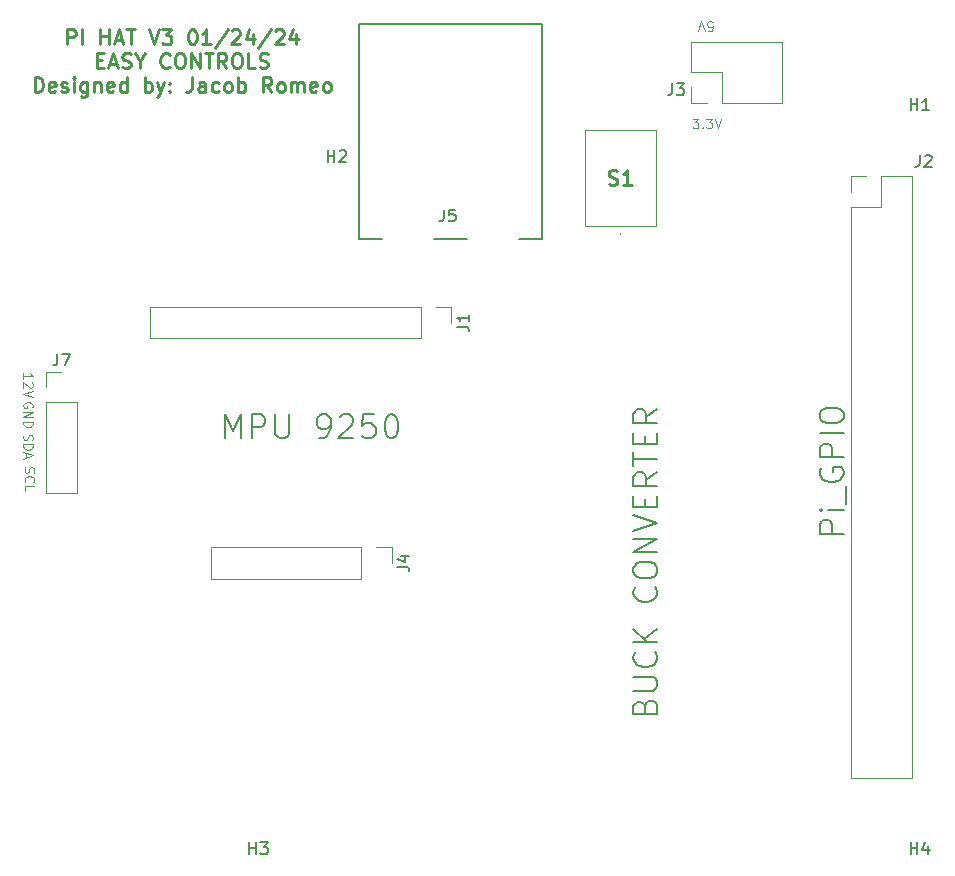
<source format=gbr>
%TF.GenerationSoftware,KiCad,Pcbnew,7.0.2-0*%
%TF.CreationDate,2024-03-04T15:55:28-05:00*%
%TF.ProjectId,Pi_HAT_V5_Simple,50695f48-4154-45f5-9635-5f53696d706c,rev?*%
%TF.SameCoordinates,Original*%
%TF.FileFunction,Legend,Top*%
%TF.FilePolarity,Positive*%
%FSLAX46Y46*%
G04 Gerber Fmt 4.6, Leading zero omitted, Abs format (unit mm)*
G04 Created by KiCad (PCBNEW 7.0.2-0) date 2024-03-04 15:55:28*
%MOMM*%
%LPD*%
G01*
G04 APERTURE LIST*
%ADD10C,0.150000*%
%ADD11C,0.100000*%
%ADD12C,0.250000*%
%ADD13C,0.254000*%
%ADD14C,0.120000*%
%ADD15C,0.127000*%
G04 APERTURE END LIST*
D10*
X96676285Y-100225238D02*
X96676285Y-98225238D01*
X96676285Y-98225238D02*
X97342952Y-99653809D01*
X97342952Y-99653809D02*
X98009618Y-98225238D01*
X98009618Y-98225238D02*
X98009618Y-100225238D01*
X98961999Y-100225238D02*
X98961999Y-98225238D01*
X98961999Y-98225238D02*
X99723904Y-98225238D01*
X99723904Y-98225238D02*
X99914380Y-98320476D01*
X99914380Y-98320476D02*
X100009618Y-98415714D01*
X100009618Y-98415714D02*
X100104856Y-98606190D01*
X100104856Y-98606190D02*
X100104856Y-98891904D01*
X100104856Y-98891904D02*
X100009618Y-99082380D01*
X100009618Y-99082380D02*
X99914380Y-99177619D01*
X99914380Y-99177619D02*
X99723904Y-99272857D01*
X99723904Y-99272857D02*
X98961999Y-99272857D01*
X100961999Y-98225238D02*
X100961999Y-99844285D01*
X100961999Y-99844285D02*
X101057237Y-100034761D01*
X101057237Y-100034761D02*
X101152475Y-100130000D01*
X101152475Y-100130000D02*
X101342951Y-100225238D01*
X101342951Y-100225238D02*
X101723904Y-100225238D01*
X101723904Y-100225238D02*
X101914380Y-100130000D01*
X101914380Y-100130000D02*
X102009618Y-100034761D01*
X102009618Y-100034761D02*
X102104856Y-99844285D01*
X102104856Y-99844285D02*
X102104856Y-98225238D01*
X104676285Y-100225238D02*
X105057237Y-100225238D01*
X105057237Y-100225238D02*
X105247714Y-100130000D01*
X105247714Y-100130000D02*
X105342952Y-100034761D01*
X105342952Y-100034761D02*
X105533428Y-99749047D01*
X105533428Y-99749047D02*
X105628666Y-99368095D01*
X105628666Y-99368095D02*
X105628666Y-98606190D01*
X105628666Y-98606190D02*
X105533428Y-98415714D01*
X105533428Y-98415714D02*
X105438190Y-98320476D01*
X105438190Y-98320476D02*
X105247714Y-98225238D01*
X105247714Y-98225238D02*
X104866761Y-98225238D01*
X104866761Y-98225238D02*
X104676285Y-98320476D01*
X104676285Y-98320476D02*
X104581047Y-98415714D01*
X104581047Y-98415714D02*
X104485809Y-98606190D01*
X104485809Y-98606190D02*
X104485809Y-99082380D01*
X104485809Y-99082380D02*
X104581047Y-99272857D01*
X104581047Y-99272857D02*
X104676285Y-99368095D01*
X104676285Y-99368095D02*
X104866761Y-99463333D01*
X104866761Y-99463333D02*
X105247714Y-99463333D01*
X105247714Y-99463333D02*
X105438190Y-99368095D01*
X105438190Y-99368095D02*
X105533428Y-99272857D01*
X105533428Y-99272857D02*
X105628666Y-99082380D01*
X106390571Y-98415714D02*
X106485809Y-98320476D01*
X106485809Y-98320476D02*
X106676285Y-98225238D01*
X106676285Y-98225238D02*
X107152476Y-98225238D01*
X107152476Y-98225238D02*
X107342952Y-98320476D01*
X107342952Y-98320476D02*
X107438190Y-98415714D01*
X107438190Y-98415714D02*
X107533428Y-98606190D01*
X107533428Y-98606190D02*
X107533428Y-98796666D01*
X107533428Y-98796666D02*
X107438190Y-99082380D01*
X107438190Y-99082380D02*
X106295333Y-100225238D01*
X106295333Y-100225238D02*
X107533428Y-100225238D01*
X109342952Y-98225238D02*
X108390571Y-98225238D01*
X108390571Y-98225238D02*
X108295333Y-99177619D01*
X108295333Y-99177619D02*
X108390571Y-99082380D01*
X108390571Y-99082380D02*
X108581047Y-98987142D01*
X108581047Y-98987142D02*
X109057238Y-98987142D01*
X109057238Y-98987142D02*
X109247714Y-99082380D01*
X109247714Y-99082380D02*
X109342952Y-99177619D01*
X109342952Y-99177619D02*
X109438190Y-99368095D01*
X109438190Y-99368095D02*
X109438190Y-99844285D01*
X109438190Y-99844285D02*
X109342952Y-100034761D01*
X109342952Y-100034761D02*
X109247714Y-100130000D01*
X109247714Y-100130000D02*
X109057238Y-100225238D01*
X109057238Y-100225238D02*
X108581047Y-100225238D01*
X108581047Y-100225238D02*
X108390571Y-100130000D01*
X108390571Y-100130000D02*
X108295333Y-100034761D01*
X110676285Y-98225238D02*
X110866762Y-98225238D01*
X110866762Y-98225238D02*
X111057238Y-98320476D01*
X111057238Y-98320476D02*
X111152476Y-98415714D01*
X111152476Y-98415714D02*
X111247714Y-98606190D01*
X111247714Y-98606190D02*
X111342952Y-98987142D01*
X111342952Y-98987142D02*
X111342952Y-99463333D01*
X111342952Y-99463333D02*
X111247714Y-99844285D01*
X111247714Y-99844285D02*
X111152476Y-100034761D01*
X111152476Y-100034761D02*
X111057238Y-100130000D01*
X111057238Y-100130000D02*
X110866762Y-100225238D01*
X110866762Y-100225238D02*
X110676285Y-100225238D01*
X110676285Y-100225238D02*
X110485809Y-100130000D01*
X110485809Y-100130000D02*
X110390571Y-100034761D01*
X110390571Y-100034761D02*
X110295333Y-99844285D01*
X110295333Y-99844285D02*
X110200095Y-99463333D01*
X110200095Y-99463333D02*
X110200095Y-98987142D01*
X110200095Y-98987142D02*
X110295333Y-98606190D01*
X110295333Y-98606190D02*
X110390571Y-98415714D01*
X110390571Y-98415714D02*
X110485809Y-98320476D01*
X110485809Y-98320476D02*
X110676285Y-98225238D01*
D11*
X136283847Y-73179295D02*
X136779085Y-73179295D01*
X136779085Y-73179295D02*
X136512419Y-73484057D01*
X136512419Y-73484057D02*
X136626704Y-73484057D01*
X136626704Y-73484057D02*
X136702895Y-73522152D01*
X136702895Y-73522152D02*
X136740990Y-73560247D01*
X136740990Y-73560247D02*
X136779085Y-73636438D01*
X136779085Y-73636438D02*
X136779085Y-73826914D01*
X136779085Y-73826914D02*
X136740990Y-73903104D01*
X136740990Y-73903104D02*
X136702895Y-73941200D01*
X136702895Y-73941200D02*
X136626704Y-73979295D01*
X136626704Y-73979295D02*
X136398133Y-73979295D01*
X136398133Y-73979295D02*
X136321942Y-73941200D01*
X136321942Y-73941200D02*
X136283847Y-73903104D01*
X137121943Y-73903104D02*
X137160038Y-73941200D01*
X137160038Y-73941200D02*
X137121943Y-73979295D01*
X137121943Y-73979295D02*
X137083847Y-73941200D01*
X137083847Y-73941200D02*
X137121943Y-73903104D01*
X137121943Y-73903104D02*
X137121943Y-73979295D01*
X137426704Y-73179295D02*
X137921942Y-73179295D01*
X137921942Y-73179295D02*
X137655276Y-73484057D01*
X137655276Y-73484057D02*
X137769561Y-73484057D01*
X137769561Y-73484057D02*
X137845752Y-73522152D01*
X137845752Y-73522152D02*
X137883847Y-73560247D01*
X137883847Y-73560247D02*
X137921942Y-73636438D01*
X137921942Y-73636438D02*
X137921942Y-73826914D01*
X137921942Y-73826914D02*
X137883847Y-73903104D01*
X137883847Y-73903104D02*
X137845752Y-73941200D01*
X137845752Y-73941200D02*
X137769561Y-73979295D01*
X137769561Y-73979295D02*
X137540990Y-73979295D01*
X137540990Y-73979295D02*
X137464799Y-73941200D01*
X137464799Y-73941200D02*
X137426704Y-73903104D01*
X138150514Y-73179295D02*
X138417181Y-73979295D01*
X138417181Y-73979295D02*
X138683847Y-73179295D01*
X137566380Y-65733304D02*
X137947332Y-65733304D01*
X137947332Y-65733304D02*
X137985428Y-65352352D01*
X137985428Y-65352352D02*
X137947332Y-65390447D01*
X137947332Y-65390447D02*
X137871142Y-65428542D01*
X137871142Y-65428542D02*
X137680666Y-65428542D01*
X137680666Y-65428542D02*
X137604475Y-65390447D01*
X137604475Y-65390447D02*
X137566380Y-65352352D01*
X137566380Y-65352352D02*
X137528285Y-65276161D01*
X137528285Y-65276161D02*
X137528285Y-65085685D01*
X137528285Y-65085685D02*
X137566380Y-65009495D01*
X137566380Y-65009495D02*
X137604475Y-64971400D01*
X137604475Y-64971400D02*
X137680666Y-64933304D01*
X137680666Y-64933304D02*
X137871142Y-64933304D01*
X137871142Y-64933304D02*
X137947332Y-64971400D01*
X137947332Y-64971400D02*
X137985428Y-65009495D01*
X137299713Y-65733304D02*
X137033046Y-64933304D01*
X137033046Y-64933304D02*
X136766380Y-65733304D01*
X80378009Y-97637676D02*
X80416104Y-97561486D01*
X80416104Y-97561486D02*
X80416104Y-97447200D01*
X80416104Y-97447200D02*
X80378009Y-97332914D01*
X80378009Y-97332914D02*
X80301819Y-97256724D01*
X80301819Y-97256724D02*
X80225628Y-97218629D01*
X80225628Y-97218629D02*
X80073247Y-97180533D01*
X80073247Y-97180533D02*
X79958961Y-97180533D01*
X79958961Y-97180533D02*
X79806580Y-97218629D01*
X79806580Y-97218629D02*
X79730390Y-97256724D01*
X79730390Y-97256724D02*
X79654200Y-97332914D01*
X79654200Y-97332914D02*
X79616104Y-97447200D01*
X79616104Y-97447200D02*
X79616104Y-97523391D01*
X79616104Y-97523391D02*
X79654200Y-97637676D01*
X79654200Y-97637676D02*
X79692295Y-97675772D01*
X79692295Y-97675772D02*
X79958961Y-97675772D01*
X79958961Y-97675772D02*
X79958961Y-97523391D01*
X79616104Y-98018629D02*
X80416104Y-98018629D01*
X80416104Y-98018629D02*
X79616104Y-98475772D01*
X79616104Y-98475772D02*
X80416104Y-98475772D01*
X79616104Y-98856724D02*
X80416104Y-98856724D01*
X80416104Y-98856724D02*
X80416104Y-99047200D01*
X80416104Y-99047200D02*
X80378009Y-99161486D01*
X80378009Y-99161486D02*
X80301819Y-99237676D01*
X80301819Y-99237676D02*
X80225628Y-99275771D01*
X80225628Y-99275771D02*
X80073247Y-99313867D01*
X80073247Y-99313867D02*
X79958961Y-99313867D01*
X79958961Y-99313867D02*
X79806580Y-99275771D01*
X79806580Y-99275771D02*
X79730390Y-99237676D01*
X79730390Y-99237676D02*
X79654200Y-99161486D01*
X79654200Y-99161486D02*
X79616104Y-99047200D01*
X79616104Y-99047200D02*
X79616104Y-98856724D01*
X79616104Y-95211961D02*
X79616104Y-94754818D01*
X79616104Y-94983390D02*
X80416104Y-94983390D01*
X80416104Y-94983390D02*
X80301819Y-94907199D01*
X80301819Y-94907199D02*
X80225628Y-94831009D01*
X80225628Y-94831009D02*
X80187533Y-94754818D01*
X80339914Y-95516723D02*
X80378009Y-95554819D01*
X80378009Y-95554819D02*
X80416104Y-95631009D01*
X80416104Y-95631009D02*
X80416104Y-95821485D01*
X80416104Y-95821485D02*
X80378009Y-95897676D01*
X80378009Y-95897676D02*
X80339914Y-95935771D01*
X80339914Y-95935771D02*
X80263723Y-95973866D01*
X80263723Y-95973866D02*
X80187533Y-95973866D01*
X80187533Y-95973866D02*
X80073247Y-95935771D01*
X80073247Y-95935771D02*
X79616104Y-95478628D01*
X79616104Y-95478628D02*
X79616104Y-95973866D01*
X80416104Y-96202438D02*
X79616104Y-96469105D01*
X79616104Y-96469105D02*
X80416104Y-96735771D01*
X79654200Y-99942771D02*
X79616104Y-100057057D01*
X79616104Y-100057057D02*
X79616104Y-100247533D01*
X79616104Y-100247533D02*
X79654200Y-100323724D01*
X79654200Y-100323724D02*
X79692295Y-100361819D01*
X79692295Y-100361819D02*
X79768485Y-100399914D01*
X79768485Y-100399914D02*
X79844676Y-100399914D01*
X79844676Y-100399914D02*
X79920866Y-100361819D01*
X79920866Y-100361819D02*
X79958961Y-100323724D01*
X79958961Y-100323724D02*
X79997057Y-100247533D01*
X79997057Y-100247533D02*
X80035152Y-100095152D01*
X80035152Y-100095152D02*
X80073247Y-100018962D01*
X80073247Y-100018962D02*
X80111342Y-99980867D01*
X80111342Y-99980867D02*
X80187533Y-99942771D01*
X80187533Y-99942771D02*
X80263723Y-99942771D01*
X80263723Y-99942771D02*
X80339914Y-99980867D01*
X80339914Y-99980867D02*
X80378009Y-100018962D01*
X80378009Y-100018962D02*
X80416104Y-100095152D01*
X80416104Y-100095152D02*
X80416104Y-100285629D01*
X80416104Y-100285629D02*
X80378009Y-100399914D01*
X79616104Y-100742772D02*
X80416104Y-100742772D01*
X80416104Y-100742772D02*
X80416104Y-100933248D01*
X80416104Y-100933248D02*
X80378009Y-101047534D01*
X80378009Y-101047534D02*
X80301819Y-101123724D01*
X80301819Y-101123724D02*
X80225628Y-101161819D01*
X80225628Y-101161819D02*
X80073247Y-101199915D01*
X80073247Y-101199915D02*
X79958961Y-101199915D01*
X79958961Y-101199915D02*
X79806580Y-101161819D01*
X79806580Y-101161819D02*
X79730390Y-101123724D01*
X79730390Y-101123724D02*
X79654200Y-101047534D01*
X79654200Y-101047534D02*
X79616104Y-100933248D01*
X79616104Y-100933248D02*
X79616104Y-100742772D01*
X79844676Y-101504676D02*
X79844676Y-101885629D01*
X79616104Y-101428486D02*
X80416104Y-101695153D01*
X80416104Y-101695153D02*
X79616104Y-101961819D01*
D10*
X132227619Y-122934476D02*
X132322857Y-122648762D01*
X132322857Y-122648762D02*
X132418095Y-122553524D01*
X132418095Y-122553524D02*
X132608571Y-122458286D01*
X132608571Y-122458286D02*
X132894285Y-122458286D01*
X132894285Y-122458286D02*
X133084761Y-122553524D01*
X133084761Y-122553524D02*
X133180000Y-122648762D01*
X133180000Y-122648762D02*
X133275238Y-122839238D01*
X133275238Y-122839238D02*
X133275238Y-123601143D01*
X133275238Y-123601143D02*
X131275238Y-123601143D01*
X131275238Y-123601143D02*
X131275238Y-122934476D01*
X131275238Y-122934476D02*
X131370476Y-122744000D01*
X131370476Y-122744000D02*
X131465714Y-122648762D01*
X131465714Y-122648762D02*
X131656190Y-122553524D01*
X131656190Y-122553524D02*
X131846666Y-122553524D01*
X131846666Y-122553524D02*
X132037142Y-122648762D01*
X132037142Y-122648762D02*
X132132380Y-122744000D01*
X132132380Y-122744000D02*
X132227619Y-122934476D01*
X132227619Y-122934476D02*
X132227619Y-123601143D01*
X131275238Y-121601143D02*
X132894285Y-121601143D01*
X132894285Y-121601143D02*
X133084761Y-121505905D01*
X133084761Y-121505905D02*
X133180000Y-121410667D01*
X133180000Y-121410667D02*
X133275238Y-121220191D01*
X133275238Y-121220191D02*
X133275238Y-120839238D01*
X133275238Y-120839238D02*
X133180000Y-120648762D01*
X133180000Y-120648762D02*
X133084761Y-120553524D01*
X133084761Y-120553524D02*
X132894285Y-120458286D01*
X132894285Y-120458286D02*
X131275238Y-120458286D01*
X133084761Y-118363048D02*
X133180000Y-118458286D01*
X133180000Y-118458286D02*
X133275238Y-118744000D01*
X133275238Y-118744000D02*
X133275238Y-118934476D01*
X133275238Y-118934476D02*
X133180000Y-119220191D01*
X133180000Y-119220191D02*
X132989523Y-119410667D01*
X132989523Y-119410667D02*
X132799047Y-119505905D01*
X132799047Y-119505905D02*
X132418095Y-119601143D01*
X132418095Y-119601143D02*
X132132380Y-119601143D01*
X132132380Y-119601143D02*
X131751428Y-119505905D01*
X131751428Y-119505905D02*
X131560952Y-119410667D01*
X131560952Y-119410667D02*
X131370476Y-119220191D01*
X131370476Y-119220191D02*
X131275238Y-118934476D01*
X131275238Y-118934476D02*
X131275238Y-118744000D01*
X131275238Y-118744000D02*
X131370476Y-118458286D01*
X131370476Y-118458286D02*
X131465714Y-118363048D01*
X133275238Y-117505905D02*
X131275238Y-117505905D01*
X133275238Y-116363048D02*
X132132380Y-117220191D01*
X131275238Y-116363048D02*
X132418095Y-117505905D01*
X133084761Y-112839238D02*
X133180000Y-112934476D01*
X133180000Y-112934476D02*
X133275238Y-113220190D01*
X133275238Y-113220190D02*
X133275238Y-113410666D01*
X133275238Y-113410666D02*
X133180000Y-113696381D01*
X133180000Y-113696381D02*
X132989523Y-113886857D01*
X132989523Y-113886857D02*
X132799047Y-113982095D01*
X132799047Y-113982095D02*
X132418095Y-114077333D01*
X132418095Y-114077333D02*
X132132380Y-114077333D01*
X132132380Y-114077333D02*
X131751428Y-113982095D01*
X131751428Y-113982095D02*
X131560952Y-113886857D01*
X131560952Y-113886857D02*
X131370476Y-113696381D01*
X131370476Y-113696381D02*
X131275238Y-113410666D01*
X131275238Y-113410666D02*
X131275238Y-113220190D01*
X131275238Y-113220190D02*
X131370476Y-112934476D01*
X131370476Y-112934476D02*
X131465714Y-112839238D01*
X131275238Y-111601143D02*
X131275238Y-111220190D01*
X131275238Y-111220190D02*
X131370476Y-111029714D01*
X131370476Y-111029714D02*
X131560952Y-110839238D01*
X131560952Y-110839238D02*
X131941904Y-110744000D01*
X131941904Y-110744000D02*
X132608571Y-110744000D01*
X132608571Y-110744000D02*
X132989523Y-110839238D01*
X132989523Y-110839238D02*
X133180000Y-111029714D01*
X133180000Y-111029714D02*
X133275238Y-111220190D01*
X133275238Y-111220190D02*
X133275238Y-111601143D01*
X133275238Y-111601143D02*
X133180000Y-111791619D01*
X133180000Y-111791619D02*
X132989523Y-111982095D01*
X132989523Y-111982095D02*
X132608571Y-112077333D01*
X132608571Y-112077333D02*
X131941904Y-112077333D01*
X131941904Y-112077333D02*
X131560952Y-111982095D01*
X131560952Y-111982095D02*
X131370476Y-111791619D01*
X131370476Y-111791619D02*
X131275238Y-111601143D01*
X133275238Y-109886857D02*
X131275238Y-109886857D01*
X131275238Y-109886857D02*
X133275238Y-108744000D01*
X133275238Y-108744000D02*
X131275238Y-108744000D01*
X131275238Y-108077333D02*
X133275238Y-107410667D01*
X133275238Y-107410667D02*
X131275238Y-106744000D01*
X132227619Y-106077333D02*
X132227619Y-105410666D01*
X133275238Y-105124952D02*
X133275238Y-106077333D01*
X133275238Y-106077333D02*
X131275238Y-106077333D01*
X131275238Y-106077333D02*
X131275238Y-105124952D01*
X133275238Y-103124952D02*
X132322857Y-103791619D01*
X133275238Y-104267809D02*
X131275238Y-104267809D01*
X131275238Y-104267809D02*
X131275238Y-103505904D01*
X131275238Y-103505904D02*
X131370476Y-103315428D01*
X131370476Y-103315428D02*
X131465714Y-103220190D01*
X131465714Y-103220190D02*
X131656190Y-103124952D01*
X131656190Y-103124952D02*
X131941904Y-103124952D01*
X131941904Y-103124952D02*
X132132380Y-103220190D01*
X132132380Y-103220190D02*
X132227619Y-103315428D01*
X132227619Y-103315428D02*
X132322857Y-103505904D01*
X132322857Y-103505904D02*
X132322857Y-104267809D01*
X131275238Y-102553523D02*
X131275238Y-101410666D01*
X133275238Y-101982095D02*
X131275238Y-101982095D01*
X132227619Y-100743999D02*
X132227619Y-100077332D01*
X133275238Y-99791618D02*
X133275238Y-100743999D01*
X133275238Y-100743999D02*
X131275238Y-100743999D01*
X131275238Y-100743999D02*
X131275238Y-99791618D01*
X133275238Y-97791618D02*
X132322857Y-98458285D01*
X133275238Y-98934475D02*
X131275238Y-98934475D01*
X131275238Y-98934475D02*
X131275238Y-98172570D01*
X131275238Y-98172570D02*
X131370476Y-97982094D01*
X131370476Y-97982094D02*
X131465714Y-97886856D01*
X131465714Y-97886856D02*
X131656190Y-97791618D01*
X131656190Y-97791618D02*
X131941904Y-97791618D01*
X131941904Y-97791618D02*
X132132380Y-97886856D01*
X132132380Y-97886856D02*
X132227619Y-97982094D01*
X132227619Y-97982094D02*
X132322857Y-98172570D01*
X132322857Y-98172570D02*
X132322857Y-98934475D01*
D11*
X79754200Y-102705018D02*
X79716104Y-102819304D01*
X79716104Y-102819304D02*
X79716104Y-103009780D01*
X79716104Y-103009780D02*
X79754200Y-103085971D01*
X79754200Y-103085971D02*
X79792295Y-103124066D01*
X79792295Y-103124066D02*
X79868485Y-103162161D01*
X79868485Y-103162161D02*
X79944676Y-103162161D01*
X79944676Y-103162161D02*
X80020866Y-103124066D01*
X80020866Y-103124066D02*
X80058961Y-103085971D01*
X80058961Y-103085971D02*
X80097057Y-103009780D01*
X80097057Y-103009780D02*
X80135152Y-102857399D01*
X80135152Y-102857399D02*
X80173247Y-102781209D01*
X80173247Y-102781209D02*
X80211342Y-102743114D01*
X80211342Y-102743114D02*
X80287533Y-102705018D01*
X80287533Y-102705018D02*
X80363723Y-102705018D01*
X80363723Y-102705018D02*
X80439914Y-102743114D01*
X80439914Y-102743114D02*
X80478009Y-102781209D01*
X80478009Y-102781209D02*
X80516104Y-102857399D01*
X80516104Y-102857399D02*
X80516104Y-103047876D01*
X80516104Y-103047876D02*
X80478009Y-103162161D01*
X79792295Y-103962162D02*
X79754200Y-103924066D01*
X79754200Y-103924066D02*
X79716104Y-103809781D01*
X79716104Y-103809781D02*
X79716104Y-103733590D01*
X79716104Y-103733590D02*
X79754200Y-103619304D01*
X79754200Y-103619304D02*
X79830390Y-103543114D01*
X79830390Y-103543114D02*
X79906580Y-103505019D01*
X79906580Y-103505019D02*
X80058961Y-103466923D01*
X80058961Y-103466923D02*
X80173247Y-103466923D01*
X80173247Y-103466923D02*
X80325628Y-103505019D01*
X80325628Y-103505019D02*
X80401819Y-103543114D01*
X80401819Y-103543114D02*
X80478009Y-103619304D01*
X80478009Y-103619304D02*
X80516104Y-103733590D01*
X80516104Y-103733590D02*
X80516104Y-103809781D01*
X80516104Y-103809781D02*
X80478009Y-103924066D01*
X80478009Y-103924066D02*
X80439914Y-103962162D01*
X79716104Y-104685971D02*
X79716104Y-104305019D01*
X79716104Y-104305019D02*
X80516104Y-104305019D01*
D12*
X83333457Y-66879273D02*
X83333457Y-65629273D01*
X83333457Y-65629273D02*
X83809647Y-65629273D01*
X83809647Y-65629273D02*
X83928695Y-65688797D01*
X83928695Y-65688797D02*
X83988218Y-65748321D01*
X83988218Y-65748321D02*
X84047742Y-65867369D01*
X84047742Y-65867369D02*
X84047742Y-66045940D01*
X84047742Y-66045940D02*
X83988218Y-66164988D01*
X83988218Y-66164988D02*
X83928695Y-66224511D01*
X83928695Y-66224511D02*
X83809647Y-66284035D01*
X83809647Y-66284035D02*
X83333457Y-66284035D01*
X84583457Y-66879273D02*
X84583457Y-65629273D01*
X86131076Y-66879273D02*
X86131076Y-65629273D01*
X86131076Y-66224511D02*
X86845361Y-66224511D01*
X86845361Y-66879273D02*
X86845361Y-65629273D01*
X87381076Y-66522130D02*
X87976314Y-66522130D01*
X87262028Y-66879273D02*
X87678695Y-65629273D01*
X87678695Y-65629273D02*
X88095361Y-66879273D01*
X88333457Y-65629273D02*
X89047743Y-65629273D01*
X88690600Y-66879273D02*
X88690600Y-65629273D01*
X90238219Y-65629273D02*
X90654886Y-66879273D01*
X90654886Y-66879273D02*
X91071552Y-65629273D01*
X91369172Y-65629273D02*
X92142981Y-65629273D01*
X92142981Y-65629273D02*
X91726315Y-66105464D01*
X91726315Y-66105464D02*
X91904886Y-66105464D01*
X91904886Y-66105464D02*
X92023934Y-66164988D01*
X92023934Y-66164988D02*
X92083458Y-66224511D01*
X92083458Y-66224511D02*
X92142981Y-66343559D01*
X92142981Y-66343559D02*
X92142981Y-66641178D01*
X92142981Y-66641178D02*
X92083458Y-66760226D01*
X92083458Y-66760226D02*
X92023934Y-66819750D01*
X92023934Y-66819750D02*
X91904886Y-66879273D01*
X91904886Y-66879273D02*
X91547743Y-66879273D01*
X91547743Y-66879273D02*
X91428696Y-66819750D01*
X91428696Y-66819750D02*
X91369172Y-66760226D01*
X93869172Y-65629273D02*
X93988219Y-65629273D01*
X93988219Y-65629273D02*
X94107267Y-65688797D01*
X94107267Y-65688797D02*
X94166791Y-65748321D01*
X94166791Y-65748321D02*
X94226315Y-65867369D01*
X94226315Y-65867369D02*
X94285838Y-66105464D01*
X94285838Y-66105464D02*
X94285838Y-66403083D01*
X94285838Y-66403083D02*
X94226315Y-66641178D01*
X94226315Y-66641178D02*
X94166791Y-66760226D01*
X94166791Y-66760226D02*
X94107267Y-66819750D01*
X94107267Y-66819750D02*
X93988219Y-66879273D01*
X93988219Y-66879273D02*
X93869172Y-66879273D01*
X93869172Y-66879273D02*
X93750124Y-66819750D01*
X93750124Y-66819750D02*
X93690600Y-66760226D01*
X93690600Y-66760226D02*
X93631077Y-66641178D01*
X93631077Y-66641178D02*
X93571553Y-66403083D01*
X93571553Y-66403083D02*
X93571553Y-66105464D01*
X93571553Y-66105464D02*
X93631077Y-65867369D01*
X93631077Y-65867369D02*
X93690600Y-65748321D01*
X93690600Y-65748321D02*
X93750124Y-65688797D01*
X93750124Y-65688797D02*
X93869172Y-65629273D01*
X95476314Y-66879273D02*
X94762029Y-66879273D01*
X95119172Y-66879273D02*
X95119172Y-65629273D01*
X95119172Y-65629273D02*
X95000124Y-65807845D01*
X95000124Y-65807845D02*
X94881076Y-65926892D01*
X94881076Y-65926892D02*
X94762029Y-65986416D01*
X96904886Y-65569750D02*
X95833457Y-67176892D01*
X97262029Y-65748321D02*
X97321553Y-65688797D01*
X97321553Y-65688797D02*
X97440600Y-65629273D01*
X97440600Y-65629273D02*
X97738219Y-65629273D01*
X97738219Y-65629273D02*
X97857267Y-65688797D01*
X97857267Y-65688797D02*
X97916791Y-65748321D01*
X97916791Y-65748321D02*
X97976314Y-65867369D01*
X97976314Y-65867369D02*
X97976314Y-65986416D01*
X97976314Y-65986416D02*
X97916791Y-66164988D01*
X97916791Y-66164988D02*
X97202505Y-66879273D01*
X97202505Y-66879273D02*
X97976314Y-66879273D01*
X99047743Y-66045940D02*
X99047743Y-66879273D01*
X98750124Y-65569750D02*
X98452505Y-66462607D01*
X98452505Y-66462607D02*
X99226314Y-66462607D01*
X100595362Y-65569750D02*
X99523933Y-67176892D01*
X100952505Y-65748321D02*
X101012029Y-65688797D01*
X101012029Y-65688797D02*
X101131076Y-65629273D01*
X101131076Y-65629273D02*
X101428695Y-65629273D01*
X101428695Y-65629273D02*
X101547743Y-65688797D01*
X101547743Y-65688797D02*
X101607267Y-65748321D01*
X101607267Y-65748321D02*
X101666790Y-65867369D01*
X101666790Y-65867369D02*
X101666790Y-65986416D01*
X101666790Y-65986416D02*
X101607267Y-66164988D01*
X101607267Y-66164988D02*
X100892981Y-66879273D01*
X100892981Y-66879273D02*
X101666790Y-66879273D01*
X102738219Y-66045940D02*
X102738219Y-66879273D01*
X102440600Y-65569750D02*
X102142981Y-66462607D01*
X102142981Y-66462607D02*
X102916790Y-66462607D01*
X85863219Y-68249511D02*
X86279885Y-68249511D01*
X86458457Y-68904273D02*
X85863219Y-68904273D01*
X85863219Y-68904273D02*
X85863219Y-67654273D01*
X85863219Y-67654273D02*
X86458457Y-67654273D01*
X86934647Y-68547130D02*
X87529885Y-68547130D01*
X86815599Y-68904273D02*
X87232266Y-67654273D01*
X87232266Y-67654273D02*
X87648932Y-68904273D01*
X88006076Y-68844750D02*
X88184647Y-68904273D01*
X88184647Y-68904273D02*
X88482266Y-68904273D01*
X88482266Y-68904273D02*
X88601314Y-68844750D01*
X88601314Y-68844750D02*
X88660838Y-68785226D01*
X88660838Y-68785226D02*
X88720361Y-68666178D01*
X88720361Y-68666178D02*
X88720361Y-68547130D01*
X88720361Y-68547130D02*
X88660838Y-68428083D01*
X88660838Y-68428083D02*
X88601314Y-68368559D01*
X88601314Y-68368559D02*
X88482266Y-68309035D01*
X88482266Y-68309035D02*
X88244171Y-68249511D01*
X88244171Y-68249511D02*
X88125123Y-68189988D01*
X88125123Y-68189988D02*
X88065600Y-68130464D01*
X88065600Y-68130464D02*
X88006076Y-68011416D01*
X88006076Y-68011416D02*
X88006076Y-67892369D01*
X88006076Y-67892369D02*
X88065600Y-67773321D01*
X88065600Y-67773321D02*
X88125123Y-67713797D01*
X88125123Y-67713797D02*
X88244171Y-67654273D01*
X88244171Y-67654273D02*
X88541790Y-67654273D01*
X88541790Y-67654273D02*
X88720361Y-67713797D01*
X89494171Y-68309035D02*
X89494171Y-68904273D01*
X89077504Y-67654273D02*
X89494171Y-68309035D01*
X89494171Y-68309035D02*
X89910837Y-67654273D01*
X91994171Y-68785226D02*
X91934647Y-68844750D01*
X91934647Y-68844750D02*
X91756076Y-68904273D01*
X91756076Y-68904273D02*
X91637028Y-68904273D01*
X91637028Y-68904273D02*
X91458457Y-68844750D01*
X91458457Y-68844750D02*
X91339409Y-68725702D01*
X91339409Y-68725702D02*
X91279886Y-68606654D01*
X91279886Y-68606654D02*
X91220362Y-68368559D01*
X91220362Y-68368559D02*
X91220362Y-68189988D01*
X91220362Y-68189988D02*
X91279886Y-67951892D01*
X91279886Y-67951892D02*
X91339409Y-67832845D01*
X91339409Y-67832845D02*
X91458457Y-67713797D01*
X91458457Y-67713797D02*
X91637028Y-67654273D01*
X91637028Y-67654273D02*
X91756076Y-67654273D01*
X91756076Y-67654273D02*
X91934647Y-67713797D01*
X91934647Y-67713797D02*
X91994171Y-67773321D01*
X92767981Y-67654273D02*
X93006076Y-67654273D01*
X93006076Y-67654273D02*
X93125124Y-67713797D01*
X93125124Y-67713797D02*
X93244171Y-67832845D01*
X93244171Y-67832845D02*
X93303695Y-68070940D01*
X93303695Y-68070940D02*
X93303695Y-68487607D01*
X93303695Y-68487607D02*
X93244171Y-68725702D01*
X93244171Y-68725702D02*
X93125124Y-68844750D01*
X93125124Y-68844750D02*
X93006076Y-68904273D01*
X93006076Y-68904273D02*
X92767981Y-68904273D01*
X92767981Y-68904273D02*
X92648933Y-68844750D01*
X92648933Y-68844750D02*
X92529886Y-68725702D01*
X92529886Y-68725702D02*
X92470362Y-68487607D01*
X92470362Y-68487607D02*
X92470362Y-68070940D01*
X92470362Y-68070940D02*
X92529886Y-67832845D01*
X92529886Y-67832845D02*
X92648933Y-67713797D01*
X92648933Y-67713797D02*
X92767981Y-67654273D01*
X93839410Y-68904273D02*
X93839410Y-67654273D01*
X93839410Y-67654273D02*
X94553695Y-68904273D01*
X94553695Y-68904273D02*
X94553695Y-67654273D01*
X94970362Y-67654273D02*
X95684648Y-67654273D01*
X95327505Y-68904273D02*
X95327505Y-67654273D01*
X96815600Y-68904273D02*
X96398934Y-68309035D01*
X96101315Y-68904273D02*
X96101315Y-67654273D01*
X96101315Y-67654273D02*
X96577505Y-67654273D01*
X96577505Y-67654273D02*
X96696553Y-67713797D01*
X96696553Y-67713797D02*
X96756076Y-67773321D01*
X96756076Y-67773321D02*
X96815600Y-67892369D01*
X96815600Y-67892369D02*
X96815600Y-68070940D01*
X96815600Y-68070940D02*
X96756076Y-68189988D01*
X96756076Y-68189988D02*
X96696553Y-68249511D01*
X96696553Y-68249511D02*
X96577505Y-68309035D01*
X96577505Y-68309035D02*
X96101315Y-68309035D01*
X97589410Y-67654273D02*
X97827505Y-67654273D01*
X97827505Y-67654273D02*
X97946553Y-67713797D01*
X97946553Y-67713797D02*
X98065600Y-67832845D01*
X98065600Y-67832845D02*
X98125124Y-68070940D01*
X98125124Y-68070940D02*
X98125124Y-68487607D01*
X98125124Y-68487607D02*
X98065600Y-68725702D01*
X98065600Y-68725702D02*
X97946553Y-68844750D01*
X97946553Y-68844750D02*
X97827505Y-68904273D01*
X97827505Y-68904273D02*
X97589410Y-68904273D01*
X97589410Y-68904273D02*
X97470362Y-68844750D01*
X97470362Y-68844750D02*
X97351315Y-68725702D01*
X97351315Y-68725702D02*
X97291791Y-68487607D01*
X97291791Y-68487607D02*
X97291791Y-68070940D01*
X97291791Y-68070940D02*
X97351315Y-67832845D01*
X97351315Y-67832845D02*
X97470362Y-67713797D01*
X97470362Y-67713797D02*
X97589410Y-67654273D01*
X99256077Y-68904273D02*
X98660839Y-68904273D01*
X98660839Y-68904273D02*
X98660839Y-67654273D01*
X99613220Y-68844750D02*
X99791791Y-68904273D01*
X99791791Y-68904273D02*
X100089410Y-68904273D01*
X100089410Y-68904273D02*
X100208458Y-68844750D01*
X100208458Y-68844750D02*
X100267982Y-68785226D01*
X100267982Y-68785226D02*
X100327505Y-68666178D01*
X100327505Y-68666178D02*
X100327505Y-68547130D01*
X100327505Y-68547130D02*
X100267982Y-68428083D01*
X100267982Y-68428083D02*
X100208458Y-68368559D01*
X100208458Y-68368559D02*
X100089410Y-68309035D01*
X100089410Y-68309035D02*
X99851315Y-68249511D01*
X99851315Y-68249511D02*
X99732267Y-68189988D01*
X99732267Y-68189988D02*
X99672744Y-68130464D01*
X99672744Y-68130464D02*
X99613220Y-68011416D01*
X99613220Y-68011416D02*
X99613220Y-67892369D01*
X99613220Y-67892369D02*
X99672744Y-67773321D01*
X99672744Y-67773321D02*
X99732267Y-67713797D01*
X99732267Y-67713797D02*
X99851315Y-67654273D01*
X99851315Y-67654273D02*
X100148934Y-67654273D01*
X100148934Y-67654273D02*
X100327505Y-67713797D01*
X80565601Y-70929273D02*
X80565601Y-69679273D01*
X80565601Y-69679273D02*
X80863220Y-69679273D01*
X80863220Y-69679273D02*
X81041791Y-69738797D01*
X81041791Y-69738797D02*
X81160839Y-69857845D01*
X81160839Y-69857845D02*
X81220362Y-69976892D01*
X81220362Y-69976892D02*
X81279886Y-70214988D01*
X81279886Y-70214988D02*
X81279886Y-70393559D01*
X81279886Y-70393559D02*
X81220362Y-70631654D01*
X81220362Y-70631654D02*
X81160839Y-70750702D01*
X81160839Y-70750702D02*
X81041791Y-70869750D01*
X81041791Y-70869750D02*
X80863220Y-70929273D01*
X80863220Y-70929273D02*
X80565601Y-70929273D01*
X82291791Y-70869750D02*
X82172743Y-70929273D01*
X82172743Y-70929273D02*
X81934648Y-70929273D01*
X81934648Y-70929273D02*
X81815601Y-70869750D01*
X81815601Y-70869750D02*
X81756077Y-70750702D01*
X81756077Y-70750702D02*
X81756077Y-70274511D01*
X81756077Y-70274511D02*
X81815601Y-70155464D01*
X81815601Y-70155464D02*
X81934648Y-70095940D01*
X81934648Y-70095940D02*
X82172743Y-70095940D01*
X82172743Y-70095940D02*
X82291791Y-70155464D01*
X82291791Y-70155464D02*
X82351315Y-70274511D01*
X82351315Y-70274511D02*
X82351315Y-70393559D01*
X82351315Y-70393559D02*
X81756077Y-70512607D01*
X82827506Y-70869750D02*
X82946553Y-70929273D01*
X82946553Y-70929273D02*
X83184649Y-70929273D01*
X83184649Y-70929273D02*
X83303696Y-70869750D01*
X83303696Y-70869750D02*
X83363220Y-70750702D01*
X83363220Y-70750702D02*
X83363220Y-70691178D01*
X83363220Y-70691178D02*
X83303696Y-70572130D01*
X83303696Y-70572130D02*
X83184649Y-70512607D01*
X83184649Y-70512607D02*
X83006077Y-70512607D01*
X83006077Y-70512607D02*
X82887030Y-70453083D01*
X82887030Y-70453083D02*
X82827506Y-70334035D01*
X82827506Y-70334035D02*
X82827506Y-70274511D01*
X82827506Y-70274511D02*
X82887030Y-70155464D01*
X82887030Y-70155464D02*
X83006077Y-70095940D01*
X83006077Y-70095940D02*
X83184649Y-70095940D01*
X83184649Y-70095940D02*
X83303696Y-70155464D01*
X83898935Y-70929273D02*
X83898935Y-70095940D01*
X83898935Y-69679273D02*
X83839411Y-69738797D01*
X83839411Y-69738797D02*
X83898935Y-69798321D01*
X83898935Y-69798321D02*
X83958458Y-69738797D01*
X83958458Y-69738797D02*
X83898935Y-69679273D01*
X83898935Y-69679273D02*
X83898935Y-69798321D01*
X85029887Y-70095940D02*
X85029887Y-71107845D01*
X85029887Y-71107845D02*
X84970363Y-71226892D01*
X84970363Y-71226892D02*
X84910839Y-71286416D01*
X84910839Y-71286416D02*
X84791792Y-71345940D01*
X84791792Y-71345940D02*
X84613220Y-71345940D01*
X84613220Y-71345940D02*
X84494173Y-71286416D01*
X85029887Y-70869750D02*
X84910839Y-70929273D01*
X84910839Y-70929273D02*
X84672744Y-70929273D01*
X84672744Y-70929273D02*
X84553696Y-70869750D01*
X84553696Y-70869750D02*
X84494173Y-70810226D01*
X84494173Y-70810226D02*
X84434649Y-70691178D01*
X84434649Y-70691178D02*
X84434649Y-70334035D01*
X84434649Y-70334035D02*
X84494173Y-70214988D01*
X84494173Y-70214988D02*
X84553696Y-70155464D01*
X84553696Y-70155464D02*
X84672744Y-70095940D01*
X84672744Y-70095940D02*
X84910839Y-70095940D01*
X84910839Y-70095940D02*
X85029887Y-70155464D01*
X85625125Y-70095940D02*
X85625125Y-70929273D01*
X85625125Y-70214988D02*
X85684648Y-70155464D01*
X85684648Y-70155464D02*
X85803696Y-70095940D01*
X85803696Y-70095940D02*
X85982267Y-70095940D01*
X85982267Y-70095940D02*
X86101315Y-70155464D01*
X86101315Y-70155464D02*
X86160839Y-70274511D01*
X86160839Y-70274511D02*
X86160839Y-70929273D01*
X87232267Y-70869750D02*
X87113219Y-70929273D01*
X87113219Y-70929273D02*
X86875124Y-70929273D01*
X86875124Y-70929273D02*
X86756077Y-70869750D01*
X86756077Y-70869750D02*
X86696553Y-70750702D01*
X86696553Y-70750702D02*
X86696553Y-70274511D01*
X86696553Y-70274511D02*
X86756077Y-70155464D01*
X86756077Y-70155464D02*
X86875124Y-70095940D01*
X86875124Y-70095940D02*
X87113219Y-70095940D01*
X87113219Y-70095940D02*
X87232267Y-70155464D01*
X87232267Y-70155464D02*
X87291791Y-70274511D01*
X87291791Y-70274511D02*
X87291791Y-70393559D01*
X87291791Y-70393559D02*
X86696553Y-70512607D01*
X88363220Y-70929273D02*
X88363220Y-69679273D01*
X88363220Y-70869750D02*
X88244172Y-70929273D01*
X88244172Y-70929273D02*
X88006077Y-70929273D01*
X88006077Y-70929273D02*
X87887029Y-70869750D01*
X87887029Y-70869750D02*
X87827506Y-70810226D01*
X87827506Y-70810226D02*
X87767982Y-70691178D01*
X87767982Y-70691178D02*
X87767982Y-70334035D01*
X87767982Y-70334035D02*
X87827506Y-70214988D01*
X87827506Y-70214988D02*
X87887029Y-70155464D01*
X87887029Y-70155464D02*
X88006077Y-70095940D01*
X88006077Y-70095940D02*
X88244172Y-70095940D01*
X88244172Y-70095940D02*
X88363220Y-70155464D01*
X89910839Y-70929273D02*
X89910839Y-69679273D01*
X89910839Y-70155464D02*
X90029886Y-70095940D01*
X90029886Y-70095940D02*
X90267981Y-70095940D01*
X90267981Y-70095940D02*
X90387029Y-70155464D01*
X90387029Y-70155464D02*
X90446553Y-70214988D01*
X90446553Y-70214988D02*
X90506077Y-70334035D01*
X90506077Y-70334035D02*
X90506077Y-70691178D01*
X90506077Y-70691178D02*
X90446553Y-70810226D01*
X90446553Y-70810226D02*
X90387029Y-70869750D01*
X90387029Y-70869750D02*
X90267981Y-70929273D01*
X90267981Y-70929273D02*
X90029886Y-70929273D01*
X90029886Y-70929273D02*
X89910839Y-70869750D01*
X90922743Y-70095940D02*
X91220362Y-70929273D01*
X91517981Y-70095940D02*
X91220362Y-70929273D01*
X91220362Y-70929273D02*
X91101314Y-71226892D01*
X91101314Y-71226892D02*
X91041791Y-71286416D01*
X91041791Y-71286416D02*
X90922743Y-71345940D01*
X91994172Y-70810226D02*
X92053695Y-70869750D01*
X92053695Y-70869750D02*
X91994172Y-70929273D01*
X91994172Y-70929273D02*
X91934648Y-70869750D01*
X91934648Y-70869750D02*
X91994172Y-70810226D01*
X91994172Y-70810226D02*
X91994172Y-70929273D01*
X91994172Y-70155464D02*
X92053695Y-70214988D01*
X92053695Y-70214988D02*
X91994172Y-70274511D01*
X91994172Y-70274511D02*
X91934648Y-70214988D01*
X91934648Y-70214988D02*
X91994172Y-70155464D01*
X91994172Y-70155464D02*
X91994172Y-70274511D01*
X93898933Y-69679273D02*
X93898933Y-70572130D01*
X93898933Y-70572130D02*
X93839410Y-70750702D01*
X93839410Y-70750702D02*
X93720362Y-70869750D01*
X93720362Y-70869750D02*
X93541791Y-70929273D01*
X93541791Y-70929273D02*
X93422743Y-70929273D01*
X95029886Y-70929273D02*
X95029886Y-70274511D01*
X95029886Y-70274511D02*
X94970362Y-70155464D01*
X94970362Y-70155464D02*
X94851314Y-70095940D01*
X94851314Y-70095940D02*
X94613219Y-70095940D01*
X94613219Y-70095940D02*
X94494172Y-70155464D01*
X95029886Y-70869750D02*
X94910838Y-70929273D01*
X94910838Y-70929273D02*
X94613219Y-70929273D01*
X94613219Y-70929273D02*
X94494172Y-70869750D01*
X94494172Y-70869750D02*
X94434648Y-70750702D01*
X94434648Y-70750702D02*
X94434648Y-70631654D01*
X94434648Y-70631654D02*
X94494172Y-70512607D01*
X94494172Y-70512607D02*
X94613219Y-70453083D01*
X94613219Y-70453083D02*
X94910838Y-70453083D01*
X94910838Y-70453083D02*
X95029886Y-70393559D01*
X96160838Y-70869750D02*
X96041790Y-70929273D01*
X96041790Y-70929273D02*
X95803695Y-70929273D01*
X95803695Y-70929273D02*
X95684647Y-70869750D01*
X95684647Y-70869750D02*
X95625124Y-70810226D01*
X95625124Y-70810226D02*
X95565600Y-70691178D01*
X95565600Y-70691178D02*
X95565600Y-70334035D01*
X95565600Y-70334035D02*
X95625124Y-70214988D01*
X95625124Y-70214988D02*
X95684647Y-70155464D01*
X95684647Y-70155464D02*
X95803695Y-70095940D01*
X95803695Y-70095940D02*
X96041790Y-70095940D01*
X96041790Y-70095940D02*
X96160838Y-70155464D01*
X96875124Y-70929273D02*
X96756076Y-70869750D01*
X96756076Y-70869750D02*
X96696553Y-70810226D01*
X96696553Y-70810226D02*
X96637029Y-70691178D01*
X96637029Y-70691178D02*
X96637029Y-70334035D01*
X96637029Y-70334035D02*
X96696553Y-70214988D01*
X96696553Y-70214988D02*
X96756076Y-70155464D01*
X96756076Y-70155464D02*
X96875124Y-70095940D01*
X96875124Y-70095940D02*
X97053695Y-70095940D01*
X97053695Y-70095940D02*
X97172743Y-70155464D01*
X97172743Y-70155464D02*
X97232267Y-70214988D01*
X97232267Y-70214988D02*
X97291791Y-70334035D01*
X97291791Y-70334035D02*
X97291791Y-70691178D01*
X97291791Y-70691178D02*
X97232267Y-70810226D01*
X97232267Y-70810226D02*
X97172743Y-70869750D01*
X97172743Y-70869750D02*
X97053695Y-70929273D01*
X97053695Y-70929273D02*
X96875124Y-70929273D01*
X97827505Y-70929273D02*
X97827505Y-69679273D01*
X97827505Y-70155464D02*
X97946552Y-70095940D01*
X97946552Y-70095940D02*
X98184647Y-70095940D01*
X98184647Y-70095940D02*
X98303695Y-70155464D01*
X98303695Y-70155464D02*
X98363219Y-70214988D01*
X98363219Y-70214988D02*
X98422743Y-70334035D01*
X98422743Y-70334035D02*
X98422743Y-70691178D01*
X98422743Y-70691178D02*
X98363219Y-70810226D01*
X98363219Y-70810226D02*
X98303695Y-70869750D01*
X98303695Y-70869750D02*
X98184647Y-70929273D01*
X98184647Y-70929273D02*
X97946552Y-70929273D01*
X97946552Y-70929273D02*
X97827505Y-70869750D01*
X100625123Y-70929273D02*
X100208457Y-70334035D01*
X99910838Y-70929273D02*
X99910838Y-69679273D01*
X99910838Y-69679273D02*
X100387028Y-69679273D01*
X100387028Y-69679273D02*
X100506076Y-69738797D01*
X100506076Y-69738797D02*
X100565599Y-69798321D01*
X100565599Y-69798321D02*
X100625123Y-69917369D01*
X100625123Y-69917369D02*
X100625123Y-70095940D01*
X100625123Y-70095940D02*
X100565599Y-70214988D01*
X100565599Y-70214988D02*
X100506076Y-70274511D01*
X100506076Y-70274511D02*
X100387028Y-70334035D01*
X100387028Y-70334035D02*
X99910838Y-70334035D01*
X101339409Y-70929273D02*
X101220361Y-70869750D01*
X101220361Y-70869750D02*
X101160838Y-70810226D01*
X101160838Y-70810226D02*
X101101314Y-70691178D01*
X101101314Y-70691178D02*
X101101314Y-70334035D01*
X101101314Y-70334035D02*
X101160838Y-70214988D01*
X101160838Y-70214988D02*
X101220361Y-70155464D01*
X101220361Y-70155464D02*
X101339409Y-70095940D01*
X101339409Y-70095940D02*
X101517980Y-70095940D01*
X101517980Y-70095940D02*
X101637028Y-70155464D01*
X101637028Y-70155464D02*
X101696552Y-70214988D01*
X101696552Y-70214988D02*
X101756076Y-70334035D01*
X101756076Y-70334035D02*
X101756076Y-70691178D01*
X101756076Y-70691178D02*
X101696552Y-70810226D01*
X101696552Y-70810226D02*
X101637028Y-70869750D01*
X101637028Y-70869750D02*
X101517980Y-70929273D01*
X101517980Y-70929273D02*
X101339409Y-70929273D01*
X102291790Y-70929273D02*
X102291790Y-70095940D01*
X102291790Y-70214988D02*
X102351313Y-70155464D01*
X102351313Y-70155464D02*
X102470361Y-70095940D01*
X102470361Y-70095940D02*
X102648932Y-70095940D01*
X102648932Y-70095940D02*
X102767980Y-70155464D01*
X102767980Y-70155464D02*
X102827504Y-70274511D01*
X102827504Y-70274511D02*
X102827504Y-70929273D01*
X102827504Y-70274511D02*
X102887028Y-70155464D01*
X102887028Y-70155464D02*
X103006075Y-70095940D01*
X103006075Y-70095940D02*
X103184647Y-70095940D01*
X103184647Y-70095940D02*
X103303694Y-70155464D01*
X103303694Y-70155464D02*
X103363218Y-70274511D01*
X103363218Y-70274511D02*
X103363218Y-70929273D01*
X104434647Y-70869750D02*
X104315599Y-70929273D01*
X104315599Y-70929273D02*
X104077504Y-70929273D01*
X104077504Y-70929273D02*
X103958457Y-70869750D01*
X103958457Y-70869750D02*
X103898933Y-70750702D01*
X103898933Y-70750702D02*
X103898933Y-70274511D01*
X103898933Y-70274511D02*
X103958457Y-70155464D01*
X103958457Y-70155464D02*
X104077504Y-70095940D01*
X104077504Y-70095940D02*
X104315599Y-70095940D01*
X104315599Y-70095940D02*
X104434647Y-70155464D01*
X104434647Y-70155464D02*
X104494171Y-70274511D01*
X104494171Y-70274511D02*
X104494171Y-70393559D01*
X104494171Y-70393559D02*
X103898933Y-70512607D01*
X105208457Y-70929273D02*
X105089409Y-70869750D01*
X105089409Y-70869750D02*
X105029886Y-70810226D01*
X105029886Y-70810226D02*
X104970362Y-70691178D01*
X104970362Y-70691178D02*
X104970362Y-70334035D01*
X104970362Y-70334035D02*
X105029886Y-70214988D01*
X105029886Y-70214988D02*
X105089409Y-70155464D01*
X105089409Y-70155464D02*
X105208457Y-70095940D01*
X105208457Y-70095940D02*
X105387028Y-70095940D01*
X105387028Y-70095940D02*
X105506076Y-70155464D01*
X105506076Y-70155464D02*
X105565600Y-70214988D01*
X105565600Y-70214988D02*
X105625124Y-70334035D01*
X105625124Y-70334035D02*
X105625124Y-70691178D01*
X105625124Y-70691178D02*
X105565600Y-70810226D01*
X105565600Y-70810226D02*
X105506076Y-70869750D01*
X105506076Y-70869750D02*
X105387028Y-70929273D01*
X105387028Y-70929273D02*
X105208457Y-70929273D01*
D10*
%TO.C,J4*%
X111292619Y-111133333D02*
X112006904Y-111133333D01*
X112006904Y-111133333D02*
X112149761Y-111180952D01*
X112149761Y-111180952D02*
X112245000Y-111276190D01*
X112245000Y-111276190D02*
X112292619Y-111419047D01*
X112292619Y-111419047D02*
X112292619Y-111514285D01*
X111625952Y-110228571D02*
X112292619Y-110228571D01*
X111245000Y-110466666D02*
X111959285Y-110704761D01*
X111959285Y-110704761D02*
X111959285Y-110085714D01*
D13*
%TO.C,S1*%
X129181980Y-78733650D02*
X129363409Y-78794126D01*
X129363409Y-78794126D02*
X129665790Y-78794126D01*
X129665790Y-78794126D02*
X129786742Y-78733650D01*
X129786742Y-78733650D02*
X129847218Y-78673173D01*
X129847218Y-78673173D02*
X129907695Y-78552221D01*
X129907695Y-78552221D02*
X129907695Y-78431269D01*
X129907695Y-78431269D02*
X129847218Y-78310316D01*
X129847218Y-78310316D02*
X129786742Y-78249840D01*
X129786742Y-78249840D02*
X129665790Y-78189364D01*
X129665790Y-78189364D02*
X129423885Y-78128888D01*
X129423885Y-78128888D02*
X129302933Y-78068411D01*
X129302933Y-78068411D02*
X129242456Y-78007935D01*
X129242456Y-78007935D02*
X129181980Y-77886983D01*
X129181980Y-77886983D02*
X129181980Y-77766030D01*
X129181980Y-77766030D02*
X129242456Y-77645078D01*
X129242456Y-77645078D02*
X129302933Y-77584602D01*
X129302933Y-77584602D02*
X129423885Y-77524126D01*
X129423885Y-77524126D02*
X129726266Y-77524126D01*
X129726266Y-77524126D02*
X129907695Y-77584602D01*
X131117219Y-78794126D02*
X130391504Y-78794126D01*
X130754361Y-78794126D02*
X130754361Y-77524126D01*
X130754361Y-77524126D02*
X130633409Y-77705554D01*
X130633409Y-77705554D02*
X130512457Y-77826507D01*
X130512457Y-77826507D02*
X130391504Y-77886983D01*
D10*
%TO.C,J3*%
X134541666Y-70187619D02*
X134541666Y-70901904D01*
X134541666Y-70901904D02*
X134494047Y-71044761D01*
X134494047Y-71044761D02*
X134398809Y-71140000D01*
X134398809Y-71140000D02*
X134255952Y-71187619D01*
X134255952Y-71187619D02*
X134160714Y-71187619D01*
X134922619Y-70187619D02*
X135541666Y-70187619D01*
X135541666Y-70187619D02*
X135208333Y-70568571D01*
X135208333Y-70568571D02*
X135351190Y-70568571D01*
X135351190Y-70568571D02*
X135446428Y-70616190D01*
X135446428Y-70616190D02*
X135494047Y-70663809D01*
X135494047Y-70663809D02*
X135541666Y-70759047D01*
X135541666Y-70759047D02*
X135541666Y-70997142D01*
X135541666Y-70997142D02*
X135494047Y-71092380D01*
X135494047Y-71092380D02*
X135446428Y-71140000D01*
X135446428Y-71140000D02*
X135351190Y-71187619D01*
X135351190Y-71187619D02*
X135065476Y-71187619D01*
X135065476Y-71187619D02*
X134970238Y-71140000D01*
X134970238Y-71140000D02*
X134922619Y-71092380D01*
%TO.C,H1*%
X154738095Y-72462619D02*
X154738095Y-71462619D01*
X154738095Y-71938809D02*
X155309523Y-71938809D01*
X155309523Y-72462619D02*
X155309523Y-71462619D01*
X156309523Y-72462619D02*
X155738095Y-72462619D01*
X156023809Y-72462619D02*
X156023809Y-71462619D01*
X156023809Y-71462619D02*
X155928571Y-71605476D01*
X155928571Y-71605476D02*
X155833333Y-71700714D01*
X155833333Y-71700714D02*
X155738095Y-71748333D01*
%TO.C,H2*%
X105388095Y-76862619D02*
X105388095Y-75862619D01*
X105388095Y-76338809D02*
X105959523Y-76338809D01*
X105959523Y-76862619D02*
X105959523Y-75862619D01*
X106388095Y-75957857D02*
X106435714Y-75910238D01*
X106435714Y-75910238D02*
X106530952Y-75862619D01*
X106530952Y-75862619D02*
X106769047Y-75862619D01*
X106769047Y-75862619D02*
X106864285Y-75910238D01*
X106864285Y-75910238D02*
X106911904Y-75957857D01*
X106911904Y-75957857D02*
X106959523Y-76053095D01*
X106959523Y-76053095D02*
X106959523Y-76148333D01*
X106959523Y-76148333D02*
X106911904Y-76291190D01*
X106911904Y-76291190D02*
X106340476Y-76862619D01*
X106340476Y-76862619D02*
X106959523Y-76862619D01*
%TO.C,H3*%
X98738095Y-135462619D02*
X98738095Y-134462619D01*
X98738095Y-134938809D02*
X99309523Y-134938809D01*
X99309523Y-135462619D02*
X99309523Y-134462619D01*
X99690476Y-134462619D02*
X100309523Y-134462619D01*
X100309523Y-134462619D02*
X99976190Y-134843571D01*
X99976190Y-134843571D02*
X100119047Y-134843571D01*
X100119047Y-134843571D02*
X100214285Y-134891190D01*
X100214285Y-134891190D02*
X100261904Y-134938809D01*
X100261904Y-134938809D02*
X100309523Y-135034047D01*
X100309523Y-135034047D02*
X100309523Y-135272142D01*
X100309523Y-135272142D02*
X100261904Y-135367380D01*
X100261904Y-135367380D02*
X100214285Y-135415000D01*
X100214285Y-135415000D02*
X100119047Y-135462619D01*
X100119047Y-135462619D02*
X99833333Y-135462619D01*
X99833333Y-135462619D02*
X99738095Y-135415000D01*
X99738095Y-135415000D02*
X99690476Y-135367380D01*
%TO.C,J1*%
X116321019Y-90783333D02*
X117035304Y-90783333D01*
X117035304Y-90783333D02*
X117178161Y-90830952D01*
X117178161Y-90830952D02*
X117273400Y-90926190D01*
X117273400Y-90926190D02*
X117321019Y-91069047D01*
X117321019Y-91069047D02*
X117321019Y-91164285D01*
X117321019Y-89783333D02*
X117321019Y-90354761D01*
X117321019Y-90069047D02*
X116321019Y-90069047D01*
X116321019Y-90069047D02*
X116463876Y-90164285D01*
X116463876Y-90164285D02*
X116559114Y-90259523D01*
X116559114Y-90259523D02*
X116606733Y-90354761D01*
%TO.C,H4*%
X154738095Y-135462619D02*
X154738095Y-134462619D01*
X154738095Y-134938809D02*
X155309523Y-134938809D01*
X155309523Y-135462619D02*
X155309523Y-134462619D01*
X156214285Y-134795952D02*
X156214285Y-135462619D01*
X155976190Y-134415000D02*
X155738095Y-135129285D01*
X155738095Y-135129285D02*
X156357142Y-135129285D01*
%TO.C,J2*%
X155516666Y-76262619D02*
X155516666Y-76976904D01*
X155516666Y-76976904D02*
X155469047Y-77119761D01*
X155469047Y-77119761D02*
X155373809Y-77215000D01*
X155373809Y-77215000D02*
X155230952Y-77262619D01*
X155230952Y-77262619D02*
X155135714Y-77262619D01*
X155945238Y-76357857D02*
X155992857Y-76310238D01*
X155992857Y-76310238D02*
X156088095Y-76262619D01*
X156088095Y-76262619D02*
X156326190Y-76262619D01*
X156326190Y-76262619D02*
X156421428Y-76310238D01*
X156421428Y-76310238D02*
X156469047Y-76357857D01*
X156469047Y-76357857D02*
X156516666Y-76453095D01*
X156516666Y-76453095D02*
X156516666Y-76548333D01*
X156516666Y-76548333D02*
X156469047Y-76691190D01*
X156469047Y-76691190D02*
X155897619Y-77262619D01*
X155897619Y-77262619D02*
X156516666Y-77262619D01*
X149058038Y-108308114D02*
X147058038Y-108308114D01*
X147058038Y-108308114D02*
X147058038Y-107546209D01*
X147058038Y-107546209D02*
X147153276Y-107355733D01*
X147153276Y-107355733D02*
X147248514Y-107260495D01*
X147248514Y-107260495D02*
X147438990Y-107165257D01*
X147438990Y-107165257D02*
X147724704Y-107165257D01*
X147724704Y-107165257D02*
X147915180Y-107260495D01*
X147915180Y-107260495D02*
X148010419Y-107355733D01*
X148010419Y-107355733D02*
X148105657Y-107546209D01*
X148105657Y-107546209D02*
X148105657Y-108308114D01*
X149058038Y-106308114D02*
X147724704Y-106308114D01*
X147058038Y-106308114D02*
X147153276Y-106403352D01*
X147153276Y-106403352D02*
X147248514Y-106308114D01*
X147248514Y-106308114D02*
X147153276Y-106212876D01*
X147153276Y-106212876D02*
X147058038Y-106308114D01*
X147058038Y-106308114D02*
X147248514Y-106308114D01*
X149248514Y-105831924D02*
X149248514Y-104308114D01*
X147153276Y-102784304D02*
X147058038Y-102974780D01*
X147058038Y-102974780D02*
X147058038Y-103260494D01*
X147058038Y-103260494D02*
X147153276Y-103546209D01*
X147153276Y-103546209D02*
X147343752Y-103736685D01*
X147343752Y-103736685D02*
X147534228Y-103831923D01*
X147534228Y-103831923D02*
X147915180Y-103927161D01*
X147915180Y-103927161D02*
X148200895Y-103927161D01*
X148200895Y-103927161D02*
X148581847Y-103831923D01*
X148581847Y-103831923D02*
X148772323Y-103736685D01*
X148772323Y-103736685D02*
X148962800Y-103546209D01*
X148962800Y-103546209D02*
X149058038Y-103260494D01*
X149058038Y-103260494D02*
X149058038Y-103070018D01*
X149058038Y-103070018D02*
X148962800Y-102784304D01*
X148962800Y-102784304D02*
X148867561Y-102689066D01*
X148867561Y-102689066D02*
X148200895Y-102689066D01*
X148200895Y-102689066D02*
X148200895Y-103070018D01*
X149058038Y-101831923D02*
X147058038Y-101831923D01*
X147058038Y-101831923D02*
X147058038Y-101070018D01*
X147058038Y-101070018D02*
X147153276Y-100879542D01*
X147153276Y-100879542D02*
X147248514Y-100784304D01*
X147248514Y-100784304D02*
X147438990Y-100689066D01*
X147438990Y-100689066D02*
X147724704Y-100689066D01*
X147724704Y-100689066D02*
X147915180Y-100784304D01*
X147915180Y-100784304D02*
X148010419Y-100879542D01*
X148010419Y-100879542D02*
X148105657Y-101070018D01*
X148105657Y-101070018D02*
X148105657Y-101831923D01*
X149058038Y-99831923D02*
X147058038Y-99831923D01*
X147058038Y-98498590D02*
X147058038Y-98117637D01*
X147058038Y-98117637D02*
X147153276Y-97927161D01*
X147153276Y-97927161D02*
X147343752Y-97736685D01*
X147343752Y-97736685D02*
X147724704Y-97641447D01*
X147724704Y-97641447D02*
X148391371Y-97641447D01*
X148391371Y-97641447D02*
X148772323Y-97736685D01*
X148772323Y-97736685D02*
X148962800Y-97927161D01*
X148962800Y-97927161D02*
X149058038Y-98117637D01*
X149058038Y-98117637D02*
X149058038Y-98498590D01*
X149058038Y-98498590D02*
X148962800Y-98689066D01*
X148962800Y-98689066D02*
X148772323Y-98879542D01*
X148772323Y-98879542D02*
X148391371Y-98974780D01*
X148391371Y-98974780D02*
X147724704Y-98974780D01*
X147724704Y-98974780D02*
X147343752Y-98879542D01*
X147343752Y-98879542D02*
X147153276Y-98689066D01*
X147153276Y-98689066D02*
X147058038Y-98498590D01*
%TO.C,J5*%
X115215119Y-80885833D02*
X115215119Y-81600433D01*
X115215119Y-81600433D02*
X115167479Y-81743353D01*
X115167479Y-81743353D02*
X115072199Y-81838634D01*
X115072199Y-81838634D02*
X114929279Y-81886274D01*
X114929279Y-81886274D02*
X114833999Y-81886274D01*
X116167920Y-80885833D02*
X115691520Y-80885833D01*
X115691520Y-80885833D02*
X115643880Y-81362233D01*
X115643880Y-81362233D02*
X115691520Y-81314593D01*
X115691520Y-81314593D02*
X115786800Y-81266953D01*
X115786800Y-81266953D02*
X116025000Y-81266953D01*
X116025000Y-81266953D02*
X116120280Y-81314593D01*
X116120280Y-81314593D02*
X116167920Y-81362233D01*
X116167920Y-81362233D02*
X116215560Y-81457513D01*
X116215560Y-81457513D02*
X116215560Y-81695713D01*
X116215560Y-81695713D02*
X116167920Y-81790993D01*
X116167920Y-81790993D02*
X116120280Y-81838634D01*
X116120280Y-81838634D02*
X116025000Y-81886274D01*
X116025000Y-81886274D02*
X115786800Y-81886274D01*
X115786800Y-81886274D02*
X115691520Y-81838634D01*
X115691520Y-81838634D02*
X115643880Y-81790993D01*
%TO.C,J7*%
X82496066Y-93068419D02*
X82496066Y-93782704D01*
X82496066Y-93782704D02*
X82448447Y-93925561D01*
X82448447Y-93925561D02*
X82353209Y-94020800D01*
X82353209Y-94020800D02*
X82210352Y-94068419D01*
X82210352Y-94068419D02*
X82115114Y-94068419D01*
X82877019Y-93068419D02*
X83543685Y-93068419D01*
X83543685Y-93068419D02*
X83115114Y-94068419D01*
D14*
%TO.C,J4*%
X108230000Y-109470000D02*
X95470000Y-109470000D01*
X109500000Y-109470000D02*
X110830000Y-109470000D01*
X110830000Y-109470000D02*
X110830000Y-110800000D01*
X108230000Y-109470000D02*
X108230000Y-112130000D01*
X95470000Y-109470000D02*
X95470000Y-112130000D01*
X108230000Y-112130000D02*
X95470000Y-112130000D01*
D11*
%TO.C,S1*%
X127149600Y-74141600D02*
X133149600Y-74141600D01*
X133149600Y-74141600D02*
X133149600Y-82271600D01*
X133149600Y-82271600D02*
X127149600Y-82271600D01*
X127149600Y-82271600D02*
X127149600Y-74141600D01*
X130149600Y-82946600D02*
X130149600Y-82946600D01*
X130149600Y-82846600D02*
X130149600Y-82846600D01*
X130149600Y-82946600D02*
G75*
G03*
X130149600Y-82846600I0J50000D01*
G01*
X130149600Y-82846600D02*
G75*
G03*
X130149600Y-82946600I0J-50000D01*
G01*
D14*
%TO.C,J3*%
X136145000Y-71855000D02*
X136145000Y-70525000D01*
X137475000Y-71855000D02*
X136145000Y-71855000D01*
X138745000Y-71855000D02*
X143885000Y-71855000D01*
X138745000Y-71855000D02*
X138745000Y-69255000D01*
X143885000Y-71855000D02*
X143885000Y-66655000D01*
X136145000Y-69255000D02*
X136145000Y-66655000D01*
X138745000Y-69255000D02*
X136145000Y-69255000D01*
X136145000Y-66655000D02*
X143885000Y-66655000D01*
%TO.C,J1*%
X115858400Y-89120000D02*
X115858400Y-90450000D01*
X114528400Y-89120000D02*
X115858400Y-89120000D01*
X113258400Y-89120000D02*
X90338400Y-89120000D01*
X113258400Y-89120000D02*
X113258400Y-91780000D01*
X90338400Y-89120000D02*
X90338400Y-91780000D01*
X113258400Y-91780000D02*
X90338400Y-91780000D01*
%TO.C,J2*%
X149670000Y-78070000D02*
X151000000Y-78070000D01*
X149670000Y-79400000D02*
X149670000Y-78070000D01*
X149670000Y-80670000D02*
X149670000Y-128990000D01*
X149670000Y-80670000D02*
X152270000Y-80670000D01*
X149670000Y-128990000D02*
X154870000Y-128990000D01*
X152270000Y-78070000D02*
X154870000Y-78070000D01*
X152270000Y-80670000D02*
X152270000Y-78070000D01*
X154870000Y-78070000D02*
X154870000Y-128990000D01*
D15*
%TO.C,J5*%
X108048600Y-65139200D02*
X108048600Y-83339200D01*
X108048600Y-83339200D02*
X110020600Y-83339200D01*
X114376600Y-83339200D02*
X117220600Y-83339200D01*
X123548600Y-65139200D02*
X108048600Y-65139200D01*
X123548600Y-83339200D02*
X121576600Y-83339200D01*
X123548600Y-83339200D02*
X123548600Y-65139200D01*
D14*
%TO.C,J7*%
X81499400Y-94605800D02*
X82829400Y-94605800D01*
X81499400Y-95935800D02*
X81499400Y-94605800D01*
X81499400Y-97205800D02*
X81499400Y-104885800D01*
X81499400Y-97205800D02*
X84159400Y-97205800D01*
X81499400Y-104885800D02*
X84159400Y-104885800D01*
X84159400Y-97205800D02*
X84159400Y-104885800D01*
%TD*%
M02*

</source>
